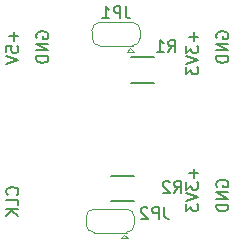
<source format=gbr>
%TF.GenerationSoftware,KiCad,Pcbnew,8.0.5*%
%TF.CreationDate,2024-09-21T22:48:15-06:00*%
%TF.ProjectId,KiCad_MiniBadge_Learning,4b694361-645f-44d6-996e-694261646765,rev?*%
%TF.SameCoordinates,Original*%
%TF.FileFunction,Legend,Bot*%
%TF.FilePolarity,Positive*%
%FSLAX46Y46*%
G04 Gerber Fmt 4.6, Leading zero omitted, Abs format (unit mm)*
G04 Created by KiCad (PCBNEW 8.0.5) date 2024-09-21 22:48:15*
%MOMM*%
%LPD*%
G01*
G04 APERTURE LIST*
%ADD10C,0.150000*%
%ADD11C,0.120000*%
G04 APERTURE END LIST*
D10*
X157747438Y-102956095D02*
X157699819Y-102860857D01*
X157699819Y-102860857D02*
X157699819Y-102718000D01*
X157699819Y-102718000D02*
X157747438Y-102575143D01*
X157747438Y-102575143D02*
X157842676Y-102479905D01*
X157842676Y-102479905D02*
X157937914Y-102432286D01*
X157937914Y-102432286D02*
X158128390Y-102384667D01*
X158128390Y-102384667D02*
X158271247Y-102384667D01*
X158271247Y-102384667D02*
X158461723Y-102432286D01*
X158461723Y-102432286D02*
X158556961Y-102479905D01*
X158556961Y-102479905D02*
X158652200Y-102575143D01*
X158652200Y-102575143D02*
X158699819Y-102718000D01*
X158699819Y-102718000D02*
X158699819Y-102813238D01*
X158699819Y-102813238D02*
X158652200Y-102956095D01*
X158652200Y-102956095D02*
X158604580Y-103003714D01*
X158604580Y-103003714D02*
X158271247Y-103003714D01*
X158271247Y-103003714D02*
X158271247Y-102813238D01*
X158699819Y-103432286D02*
X157699819Y-103432286D01*
X157699819Y-103432286D02*
X158699819Y-104003714D01*
X158699819Y-104003714D02*
X157699819Y-104003714D01*
X158699819Y-104479905D02*
X157699819Y-104479905D01*
X157699819Y-104479905D02*
X157699819Y-104718000D01*
X157699819Y-104718000D02*
X157747438Y-104860857D01*
X157747438Y-104860857D02*
X157842676Y-104956095D01*
X157842676Y-104956095D02*
X157937914Y-105003714D01*
X157937914Y-105003714D02*
X158128390Y-105051333D01*
X158128390Y-105051333D02*
X158271247Y-105051333D01*
X158271247Y-105051333D02*
X158461723Y-105003714D01*
X158461723Y-105003714D02*
X158556961Y-104956095D01*
X158556961Y-104956095D02*
X158652200Y-104860857D01*
X158652200Y-104860857D02*
X158699819Y-104718000D01*
X158699819Y-104718000D02*
X158699819Y-104479905D01*
X142507438Y-90383095D02*
X142459819Y-90287857D01*
X142459819Y-90287857D02*
X142459819Y-90145000D01*
X142459819Y-90145000D02*
X142507438Y-90002143D01*
X142507438Y-90002143D02*
X142602676Y-89906905D01*
X142602676Y-89906905D02*
X142697914Y-89859286D01*
X142697914Y-89859286D02*
X142888390Y-89811667D01*
X142888390Y-89811667D02*
X143031247Y-89811667D01*
X143031247Y-89811667D02*
X143221723Y-89859286D01*
X143221723Y-89859286D02*
X143316961Y-89906905D01*
X143316961Y-89906905D02*
X143412200Y-90002143D01*
X143412200Y-90002143D02*
X143459819Y-90145000D01*
X143459819Y-90145000D02*
X143459819Y-90240238D01*
X143459819Y-90240238D02*
X143412200Y-90383095D01*
X143412200Y-90383095D02*
X143364580Y-90430714D01*
X143364580Y-90430714D02*
X143031247Y-90430714D01*
X143031247Y-90430714D02*
X143031247Y-90240238D01*
X143459819Y-90859286D02*
X142459819Y-90859286D01*
X142459819Y-90859286D02*
X143459819Y-91430714D01*
X143459819Y-91430714D02*
X142459819Y-91430714D01*
X143459819Y-91906905D02*
X142459819Y-91906905D01*
X142459819Y-91906905D02*
X142459819Y-92145000D01*
X142459819Y-92145000D02*
X142507438Y-92287857D01*
X142507438Y-92287857D02*
X142602676Y-92383095D01*
X142602676Y-92383095D02*
X142697914Y-92430714D01*
X142697914Y-92430714D02*
X142888390Y-92478333D01*
X142888390Y-92478333D02*
X143031247Y-92478333D01*
X143031247Y-92478333D02*
X143221723Y-92430714D01*
X143221723Y-92430714D02*
X143316961Y-92383095D01*
X143316961Y-92383095D02*
X143412200Y-92287857D01*
X143412200Y-92287857D02*
X143459819Y-92145000D01*
X143459819Y-92145000D02*
X143459819Y-91906905D01*
X140824580Y-103630761D02*
X140872200Y-103583142D01*
X140872200Y-103583142D02*
X140919819Y-103440285D01*
X140919819Y-103440285D02*
X140919819Y-103345047D01*
X140919819Y-103345047D02*
X140872200Y-103202190D01*
X140872200Y-103202190D02*
X140776961Y-103106952D01*
X140776961Y-103106952D02*
X140681723Y-103059333D01*
X140681723Y-103059333D02*
X140491247Y-103011714D01*
X140491247Y-103011714D02*
X140348390Y-103011714D01*
X140348390Y-103011714D02*
X140157914Y-103059333D01*
X140157914Y-103059333D02*
X140062676Y-103106952D01*
X140062676Y-103106952D02*
X139967438Y-103202190D01*
X139967438Y-103202190D02*
X139919819Y-103345047D01*
X139919819Y-103345047D02*
X139919819Y-103440285D01*
X139919819Y-103440285D02*
X139967438Y-103583142D01*
X139967438Y-103583142D02*
X140015057Y-103630761D01*
X140919819Y-104535523D02*
X140919819Y-104059333D01*
X140919819Y-104059333D02*
X139919819Y-104059333D01*
X140919819Y-104868857D02*
X139919819Y-104868857D01*
X140919819Y-105440285D02*
X140348390Y-105011714D01*
X139919819Y-105440285D02*
X140491247Y-104868857D01*
X140538866Y-89859286D02*
X140538866Y-90621191D01*
X140919819Y-90240238D02*
X140157914Y-90240238D01*
X139919819Y-91573571D02*
X139919819Y-91097381D01*
X139919819Y-91097381D02*
X140396009Y-91049762D01*
X140396009Y-91049762D02*
X140348390Y-91097381D01*
X140348390Y-91097381D02*
X140300771Y-91192619D01*
X140300771Y-91192619D02*
X140300771Y-91430714D01*
X140300771Y-91430714D02*
X140348390Y-91525952D01*
X140348390Y-91525952D02*
X140396009Y-91573571D01*
X140396009Y-91573571D02*
X140491247Y-91621190D01*
X140491247Y-91621190D02*
X140729342Y-91621190D01*
X140729342Y-91621190D02*
X140824580Y-91573571D01*
X140824580Y-91573571D02*
X140872200Y-91525952D01*
X140872200Y-91525952D02*
X140919819Y-91430714D01*
X140919819Y-91430714D02*
X140919819Y-91192619D01*
X140919819Y-91192619D02*
X140872200Y-91097381D01*
X140872200Y-91097381D02*
X140824580Y-91049762D01*
X139919819Y-91906905D02*
X140919819Y-92240238D01*
X140919819Y-92240238D02*
X139919819Y-92573571D01*
X155778866Y-101448095D02*
X155778866Y-102210000D01*
X156159819Y-101829047D02*
X155397914Y-101829047D01*
X155159819Y-102590952D02*
X155159819Y-103209999D01*
X155159819Y-103209999D02*
X155540771Y-102876666D01*
X155540771Y-102876666D02*
X155540771Y-103019523D01*
X155540771Y-103019523D02*
X155588390Y-103114761D01*
X155588390Y-103114761D02*
X155636009Y-103162380D01*
X155636009Y-103162380D02*
X155731247Y-103209999D01*
X155731247Y-103209999D02*
X155969342Y-103209999D01*
X155969342Y-103209999D02*
X156064580Y-103162380D01*
X156064580Y-103162380D02*
X156112200Y-103114761D01*
X156112200Y-103114761D02*
X156159819Y-103019523D01*
X156159819Y-103019523D02*
X156159819Y-102733809D01*
X156159819Y-102733809D02*
X156112200Y-102638571D01*
X156112200Y-102638571D02*
X156064580Y-102590952D01*
X155159819Y-103495714D02*
X156159819Y-103829047D01*
X156159819Y-103829047D02*
X155159819Y-104162380D01*
X155159819Y-104400476D02*
X155159819Y-105019523D01*
X155159819Y-105019523D02*
X155540771Y-104686190D01*
X155540771Y-104686190D02*
X155540771Y-104829047D01*
X155540771Y-104829047D02*
X155588390Y-104924285D01*
X155588390Y-104924285D02*
X155636009Y-104971904D01*
X155636009Y-104971904D02*
X155731247Y-105019523D01*
X155731247Y-105019523D02*
X155969342Y-105019523D01*
X155969342Y-105019523D02*
X156064580Y-104971904D01*
X156064580Y-104971904D02*
X156112200Y-104924285D01*
X156112200Y-104924285D02*
X156159819Y-104829047D01*
X156159819Y-104829047D02*
X156159819Y-104543333D01*
X156159819Y-104543333D02*
X156112200Y-104448095D01*
X156112200Y-104448095D02*
X156064580Y-104400476D01*
X157747438Y-90383095D02*
X157699819Y-90287857D01*
X157699819Y-90287857D02*
X157699819Y-90145000D01*
X157699819Y-90145000D02*
X157747438Y-90002143D01*
X157747438Y-90002143D02*
X157842676Y-89906905D01*
X157842676Y-89906905D02*
X157937914Y-89859286D01*
X157937914Y-89859286D02*
X158128390Y-89811667D01*
X158128390Y-89811667D02*
X158271247Y-89811667D01*
X158271247Y-89811667D02*
X158461723Y-89859286D01*
X158461723Y-89859286D02*
X158556961Y-89906905D01*
X158556961Y-89906905D02*
X158652200Y-90002143D01*
X158652200Y-90002143D02*
X158699819Y-90145000D01*
X158699819Y-90145000D02*
X158699819Y-90240238D01*
X158699819Y-90240238D02*
X158652200Y-90383095D01*
X158652200Y-90383095D02*
X158604580Y-90430714D01*
X158604580Y-90430714D02*
X158271247Y-90430714D01*
X158271247Y-90430714D02*
X158271247Y-90240238D01*
X158699819Y-90859286D02*
X157699819Y-90859286D01*
X157699819Y-90859286D02*
X158699819Y-91430714D01*
X158699819Y-91430714D02*
X157699819Y-91430714D01*
X158699819Y-91906905D02*
X157699819Y-91906905D01*
X157699819Y-91906905D02*
X157699819Y-92145000D01*
X157699819Y-92145000D02*
X157747438Y-92287857D01*
X157747438Y-92287857D02*
X157842676Y-92383095D01*
X157842676Y-92383095D02*
X157937914Y-92430714D01*
X157937914Y-92430714D02*
X158128390Y-92478333D01*
X158128390Y-92478333D02*
X158271247Y-92478333D01*
X158271247Y-92478333D02*
X158461723Y-92430714D01*
X158461723Y-92430714D02*
X158556961Y-92383095D01*
X158556961Y-92383095D02*
X158652200Y-92287857D01*
X158652200Y-92287857D02*
X158699819Y-92145000D01*
X158699819Y-92145000D02*
X158699819Y-91906905D01*
X155778866Y-89891095D02*
X155778866Y-90653000D01*
X156159819Y-90272047D02*
X155397914Y-90272047D01*
X155159819Y-91033952D02*
X155159819Y-91652999D01*
X155159819Y-91652999D02*
X155540771Y-91319666D01*
X155540771Y-91319666D02*
X155540771Y-91462523D01*
X155540771Y-91462523D02*
X155588390Y-91557761D01*
X155588390Y-91557761D02*
X155636009Y-91605380D01*
X155636009Y-91605380D02*
X155731247Y-91652999D01*
X155731247Y-91652999D02*
X155969342Y-91652999D01*
X155969342Y-91652999D02*
X156064580Y-91605380D01*
X156064580Y-91605380D02*
X156112200Y-91557761D01*
X156112200Y-91557761D02*
X156159819Y-91462523D01*
X156159819Y-91462523D02*
X156159819Y-91176809D01*
X156159819Y-91176809D02*
X156112200Y-91081571D01*
X156112200Y-91081571D02*
X156064580Y-91033952D01*
X155159819Y-91938714D02*
X156159819Y-92272047D01*
X156159819Y-92272047D02*
X155159819Y-92605380D01*
X155159819Y-92843476D02*
X155159819Y-93462523D01*
X155159819Y-93462523D02*
X155540771Y-93129190D01*
X155540771Y-93129190D02*
X155540771Y-93272047D01*
X155540771Y-93272047D02*
X155588390Y-93367285D01*
X155588390Y-93367285D02*
X155636009Y-93414904D01*
X155636009Y-93414904D02*
X155731247Y-93462523D01*
X155731247Y-93462523D02*
X155969342Y-93462523D01*
X155969342Y-93462523D02*
X156064580Y-93414904D01*
X156064580Y-93414904D02*
X156112200Y-93367285D01*
X156112200Y-93367285D02*
X156159819Y-93272047D01*
X156159819Y-93272047D02*
X156159819Y-92986333D01*
X156159819Y-92986333D02*
X156112200Y-92891095D01*
X156112200Y-92891095D02*
X156064580Y-92843476D01*
X153616666Y-91554819D02*
X153949999Y-91078628D01*
X154188094Y-91554819D02*
X154188094Y-90554819D01*
X154188094Y-90554819D02*
X153807142Y-90554819D01*
X153807142Y-90554819D02*
X153711904Y-90602438D01*
X153711904Y-90602438D02*
X153664285Y-90650057D01*
X153664285Y-90650057D02*
X153616666Y-90745295D01*
X153616666Y-90745295D02*
X153616666Y-90888152D01*
X153616666Y-90888152D02*
X153664285Y-90983390D01*
X153664285Y-90983390D02*
X153711904Y-91031009D01*
X153711904Y-91031009D02*
X153807142Y-91078628D01*
X153807142Y-91078628D02*
X154188094Y-91078628D01*
X152664285Y-91554819D02*
X153235713Y-91554819D01*
X152949999Y-91554819D02*
X152949999Y-90554819D01*
X152949999Y-90554819D02*
X153045237Y-90697676D01*
X153045237Y-90697676D02*
X153140475Y-90792914D01*
X153140475Y-90792914D02*
X153235713Y-90840533D01*
X154116666Y-103504819D02*
X154449999Y-103028628D01*
X154688094Y-103504819D02*
X154688094Y-102504819D01*
X154688094Y-102504819D02*
X154307142Y-102504819D01*
X154307142Y-102504819D02*
X154211904Y-102552438D01*
X154211904Y-102552438D02*
X154164285Y-102600057D01*
X154164285Y-102600057D02*
X154116666Y-102695295D01*
X154116666Y-102695295D02*
X154116666Y-102838152D01*
X154116666Y-102838152D02*
X154164285Y-102933390D01*
X154164285Y-102933390D02*
X154211904Y-102981009D01*
X154211904Y-102981009D02*
X154307142Y-103028628D01*
X154307142Y-103028628D02*
X154688094Y-103028628D01*
X153735713Y-102600057D02*
X153688094Y-102552438D01*
X153688094Y-102552438D02*
X153592856Y-102504819D01*
X153592856Y-102504819D02*
X153354761Y-102504819D01*
X153354761Y-102504819D02*
X153259523Y-102552438D01*
X153259523Y-102552438D02*
X153211904Y-102600057D01*
X153211904Y-102600057D02*
X153164285Y-102695295D01*
X153164285Y-102695295D02*
X153164285Y-102790533D01*
X153164285Y-102790533D02*
X153211904Y-102933390D01*
X153211904Y-102933390D02*
X153783332Y-103504819D01*
X153783332Y-103504819D02*
X153164285Y-103504819D01*
X150033333Y-87704819D02*
X150033333Y-88419104D01*
X150033333Y-88419104D02*
X150080952Y-88561961D01*
X150080952Y-88561961D02*
X150176190Y-88657200D01*
X150176190Y-88657200D02*
X150319047Y-88704819D01*
X150319047Y-88704819D02*
X150414285Y-88704819D01*
X149557142Y-88704819D02*
X149557142Y-87704819D01*
X149557142Y-87704819D02*
X149176190Y-87704819D01*
X149176190Y-87704819D02*
X149080952Y-87752438D01*
X149080952Y-87752438D02*
X149033333Y-87800057D01*
X149033333Y-87800057D02*
X148985714Y-87895295D01*
X148985714Y-87895295D02*
X148985714Y-88038152D01*
X148985714Y-88038152D02*
X149033333Y-88133390D01*
X149033333Y-88133390D02*
X149080952Y-88181009D01*
X149080952Y-88181009D02*
X149176190Y-88228628D01*
X149176190Y-88228628D02*
X149557142Y-88228628D01*
X148033333Y-88704819D02*
X148604761Y-88704819D01*
X148319047Y-88704819D02*
X148319047Y-87704819D01*
X148319047Y-87704819D02*
X148414285Y-87847676D01*
X148414285Y-87847676D02*
X148509523Y-87942914D01*
X148509523Y-87942914D02*
X148604761Y-87990533D01*
X153283333Y-104704819D02*
X153283333Y-105419104D01*
X153283333Y-105419104D02*
X153330952Y-105561961D01*
X153330952Y-105561961D02*
X153426190Y-105657200D01*
X153426190Y-105657200D02*
X153569047Y-105704819D01*
X153569047Y-105704819D02*
X153664285Y-105704819D01*
X152807142Y-105704819D02*
X152807142Y-104704819D01*
X152807142Y-104704819D02*
X152426190Y-104704819D01*
X152426190Y-104704819D02*
X152330952Y-104752438D01*
X152330952Y-104752438D02*
X152283333Y-104800057D01*
X152283333Y-104800057D02*
X152235714Y-104895295D01*
X152235714Y-104895295D02*
X152235714Y-105038152D01*
X152235714Y-105038152D02*
X152283333Y-105133390D01*
X152283333Y-105133390D02*
X152330952Y-105181009D01*
X152330952Y-105181009D02*
X152426190Y-105228628D01*
X152426190Y-105228628D02*
X152807142Y-105228628D01*
X151854761Y-104800057D02*
X151807142Y-104752438D01*
X151807142Y-104752438D02*
X151711904Y-104704819D01*
X151711904Y-104704819D02*
X151473809Y-104704819D01*
X151473809Y-104704819D02*
X151378571Y-104752438D01*
X151378571Y-104752438D02*
X151330952Y-104800057D01*
X151330952Y-104800057D02*
X151283333Y-104895295D01*
X151283333Y-104895295D02*
X151283333Y-104990533D01*
X151283333Y-104990533D02*
X151330952Y-105133390D01*
X151330952Y-105133390D02*
X151902380Y-105704819D01*
X151902380Y-105704819D02*
X151283333Y-105704819D01*
%TO.C,R1*%
X150450000Y-92025000D02*
X152450000Y-92025000D01*
X152450000Y-94175000D02*
X150450000Y-94175000D01*
%TO.C,R2*%
X148750000Y-102025000D02*
X150750000Y-102025000D01*
X150750000Y-104175000D02*
X148750000Y-104175000D01*
D11*
%TO.C,JP1*%
X147150000Y-90350000D02*
X147150000Y-89750000D01*
X147800000Y-89050000D02*
X150600000Y-89050000D01*
X150100000Y-91550000D02*
X150400000Y-91250000D01*
X150100000Y-91550000D02*
X150700000Y-91550000D01*
X150600000Y-91050000D02*
X147800000Y-91050000D01*
X150700000Y-91550000D02*
X150400000Y-91250000D01*
X151250000Y-89750000D02*
X151250000Y-90350000D01*
X147150000Y-89750000D02*
G75*
G02*
X147850000Y-89050000I700000J0D01*
G01*
X147850000Y-91050000D02*
G75*
G02*
X147150000Y-90350000I0J700000D01*
G01*
X150550000Y-89050000D02*
G75*
G02*
X151250000Y-89750000I1J-699999D01*
G01*
X151250000Y-90350000D02*
G75*
G02*
X150550000Y-91050000I-699999J-1D01*
G01*
%TO.C,JP2*%
X146650000Y-106150000D02*
X146650000Y-105550000D01*
X147300000Y-104850000D02*
X150100000Y-104850000D01*
X149600000Y-107350000D02*
X149900000Y-107050000D01*
X149600000Y-107350000D02*
X150200000Y-107350000D01*
X150100000Y-106850000D02*
X147300000Y-106850000D01*
X150200000Y-107350000D02*
X149900000Y-107050000D01*
X150750000Y-105550000D02*
X150750000Y-106150000D01*
X146650000Y-105550000D02*
G75*
G02*
X147350000Y-104850000I700000J0D01*
G01*
X147350000Y-106850000D02*
G75*
G02*
X146650000Y-106150000I0J700000D01*
G01*
X150050000Y-104850000D02*
G75*
G02*
X150750000Y-105550000I1J-699999D01*
G01*
X150750000Y-106150000D02*
G75*
G02*
X150050000Y-106850000I-699999J-1D01*
G01*
%TD*%
M02*

</source>
